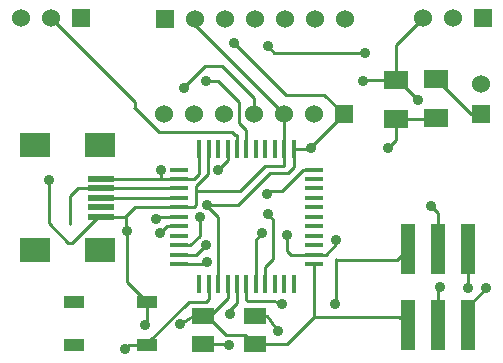
<source format=gtl>
G04 (created by PCBNEW (2013-may-18)-stable) date Mon Sep 19 14:24:48 2016*
%MOIN*%
G04 Gerber Fmt 3.4, Leading zero omitted, Abs format*
%FSLAX34Y34*%
G01*
G70*
G90*
G04 APERTURE LIST*
%ADD10C,0.00590551*%
%ADD11R,0.08X0.06*%
%ADD12R,0.0748031X0.0551181*%
%ADD13R,0.0906X0.0197*%
%ADD14R,0.0984X0.0787*%
%ADD15R,0.016X0.06*%
%ADD16R,0.06X0.016*%
%ADD17R,0.0708661X0.0433071*%
%ADD18R,0.06X0.06*%
%ADD19C,0.06*%
%ADD20R,0.05X0.166929*%
%ADD21C,0.035*%
%ADD22C,0.01*%
G04 APERTURE END LIST*
G54D10*
G54D11*
X22834Y-18622D03*
X22834Y-17322D03*
X21496Y-17342D03*
X21496Y-18642D03*
G54D12*
X15059Y-26161D03*
X16791Y-26161D03*
X16791Y-25216D03*
X15059Y-25216D03*
G54D13*
X11672Y-20649D03*
X11672Y-20964D03*
X11672Y-21279D03*
X11672Y-21594D03*
X11672Y-21909D03*
G54D14*
X11633Y-19527D03*
X9468Y-19527D03*
X11633Y-23031D03*
X9468Y-23031D03*
G54D15*
X16515Y-19659D03*
X16200Y-19659D03*
X15885Y-19659D03*
X15570Y-19659D03*
X15255Y-19659D03*
X14940Y-19659D03*
X16830Y-19659D03*
X17145Y-19659D03*
X17460Y-19659D03*
X17775Y-19659D03*
X18090Y-19659D03*
X16515Y-24159D03*
X16200Y-24159D03*
X15885Y-24159D03*
X15570Y-24159D03*
X15255Y-24159D03*
X14940Y-24159D03*
X16830Y-24159D03*
X17145Y-24159D03*
X17460Y-24159D03*
X17775Y-24159D03*
X18090Y-24159D03*
G54D16*
X14265Y-21909D03*
X18765Y-21909D03*
X14265Y-22224D03*
X18765Y-22224D03*
X18765Y-22539D03*
X14265Y-22539D03*
X14265Y-22854D03*
X18765Y-22854D03*
X18765Y-23169D03*
X14265Y-23169D03*
X14265Y-23484D03*
X18765Y-23484D03*
X18765Y-21594D03*
X14265Y-21594D03*
X14265Y-21279D03*
X18765Y-21279D03*
X18765Y-20964D03*
X14265Y-20964D03*
X14265Y-20649D03*
X18765Y-20649D03*
X18765Y-20334D03*
X14265Y-20334D03*
G54D17*
X10768Y-24752D03*
X13208Y-24752D03*
X10768Y-26192D03*
X13208Y-26192D03*
G54D18*
X11000Y-15275D03*
G54D19*
X10000Y-15275D03*
X9000Y-15275D03*
G54D18*
X24385Y-15275D03*
G54D19*
X23385Y-15275D03*
X22385Y-15275D03*
G54D18*
X24350Y-18492D03*
G54D19*
X24350Y-17492D03*
G54D18*
X13799Y-15314D03*
G54D19*
X14799Y-15314D03*
X15799Y-15314D03*
X16799Y-15314D03*
X17799Y-15314D03*
X18799Y-15314D03*
X19799Y-15314D03*
G54D18*
X19763Y-18484D03*
G54D19*
X18763Y-18484D03*
X17763Y-18484D03*
X16763Y-18484D03*
X15763Y-18484D03*
X14763Y-18484D03*
X13763Y-18484D03*
G54D20*
X23893Y-22971D03*
X23893Y-25531D03*
X22893Y-22971D03*
X22893Y-25531D03*
X21893Y-22971D03*
X21893Y-25531D03*
G54D21*
X19468Y-24803D03*
X12480Y-26318D03*
X14429Y-17618D03*
X17047Y-22460D03*
X17224Y-21830D03*
X21220Y-19625D03*
X15551Y-20354D03*
X20472Y-16437D03*
X17224Y-16220D03*
X15177Y-17381D03*
X20393Y-17381D03*
X22224Y-18011D03*
X9921Y-20669D03*
X14311Y-25492D03*
X13149Y-25531D03*
X12539Y-22381D03*
X17578Y-25728D03*
X15944Y-26181D03*
X15964Y-25137D03*
X22677Y-21555D03*
X14960Y-21909D03*
X17204Y-21141D03*
X13484Y-21968D03*
X23897Y-24271D03*
X15196Y-23425D03*
X17696Y-24822D03*
X22972Y-24232D03*
X15157Y-22834D03*
X24507Y-24291D03*
X16102Y-16102D03*
X19507Y-22696D03*
X15196Y-21515D03*
X18661Y-19606D03*
X17874Y-22500D03*
X13661Y-20334D03*
X13641Y-22460D03*
G54D22*
X11672Y-21279D02*
X14265Y-21279D01*
X14265Y-21279D02*
X14265Y-21279D01*
X10649Y-22145D02*
X10649Y-21220D01*
X10905Y-20964D02*
X11672Y-20964D01*
X10649Y-21220D02*
X10905Y-20964D01*
X11672Y-20964D02*
X14265Y-20964D01*
X14265Y-20964D02*
X14265Y-20964D01*
X19488Y-23346D02*
X21519Y-23346D01*
X21519Y-23346D02*
X21893Y-22971D01*
X19488Y-24783D02*
X19488Y-23346D01*
X19488Y-23346D02*
X19488Y-23310D01*
X19468Y-24803D02*
X19488Y-24783D01*
X15255Y-24159D02*
X15255Y-24645D01*
X13208Y-26122D02*
X13208Y-26192D01*
X14586Y-24744D02*
X13208Y-26122D01*
X15157Y-24744D02*
X14586Y-24744D01*
X15255Y-24645D02*
X15157Y-24744D01*
X12606Y-26192D02*
X13208Y-26192D01*
X12480Y-26318D02*
X12606Y-26192D01*
X14429Y-17618D02*
X14429Y-17578D01*
X14429Y-17578D02*
X15118Y-16889D01*
X15118Y-16889D02*
X15708Y-16889D01*
X15708Y-16889D02*
X16763Y-17944D01*
X16763Y-17944D02*
X16763Y-18484D01*
X16830Y-22677D02*
X16830Y-24159D01*
X17047Y-22460D02*
X16830Y-22677D01*
X17401Y-23326D02*
X17401Y-22007D01*
X17145Y-23582D02*
X17401Y-23326D01*
X17145Y-24159D02*
X17145Y-23582D01*
X17401Y-22007D02*
X17224Y-21830D01*
X21496Y-18642D02*
X22814Y-18642D01*
X22814Y-18642D02*
X22834Y-18622D01*
X21496Y-18642D02*
X21496Y-19350D01*
X21496Y-19350D02*
X21220Y-19625D01*
X15885Y-19659D02*
X15885Y-20019D01*
X15885Y-20019D02*
X15551Y-20354D01*
X12795Y-18287D02*
X12795Y-18070D01*
X12795Y-18070D02*
X10000Y-15275D01*
X16200Y-19192D02*
X16141Y-19192D01*
X16141Y-19192D02*
X16043Y-19094D01*
X16200Y-19659D02*
X16200Y-19192D01*
X13602Y-19094D02*
X12795Y-18287D01*
X12795Y-18287D02*
X12775Y-18267D01*
X16043Y-19094D02*
X13602Y-19094D01*
X17440Y-16437D02*
X20472Y-16437D01*
X17224Y-16220D02*
X17440Y-16437D01*
X16515Y-19659D02*
X16515Y-19015D01*
X15570Y-17381D02*
X15177Y-17381D01*
X16279Y-18090D02*
X15570Y-17381D01*
X16279Y-18779D02*
X16279Y-18090D01*
X16515Y-19015D02*
X16279Y-18779D01*
X20433Y-17342D02*
X21496Y-17342D01*
X20393Y-17381D02*
X20433Y-17342D01*
X21496Y-17342D02*
X21496Y-16165D01*
X21496Y-16165D02*
X22385Y-15275D01*
X21496Y-17342D02*
X21554Y-17342D01*
X21554Y-17342D02*
X22224Y-18011D01*
X11672Y-21909D02*
X11574Y-21909D01*
X9921Y-22125D02*
X9921Y-20669D01*
X10570Y-22775D02*
X9921Y-22125D01*
X10708Y-22775D02*
X10570Y-22775D01*
X11574Y-21909D02*
X10708Y-22775D01*
X18765Y-25250D02*
X21611Y-25250D01*
X21611Y-25250D02*
X21893Y-25531D01*
X15223Y-20492D02*
X15223Y-19691D01*
X15223Y-19691D02*
X15255Y-19659D01*
X14842Y-20873D02*
X14842Y-21062D01*
X15223Y-20492D02*
X14842Y-20873D01*
X14842Y-21062D02*
X16299Y-21062D01*
X16299Y-21062D02*
X17145Y-20216D01*
X17145Y-20216D02*
X17125Y-20216D01*
X14799Y-15314D02*
X14799Y-15527D01*
X15559Y-16279D02*
X17763Y-18484D01*
X15551Y-16279D02*
X15559Y-16279D01*
X14799Y-15527D02*
X15551Y-16279D01*
X17775Y-19659D02*
X17775Y-18496D01*
X17775Y-18496D02*
X17763Y-18484D01*
X15059Y-25216D02*
X15295Y-25216D01*
X15885Y-24626D02*
X15885Y-24159D01*
X15295Y-25216D02*
X15885Y-24626D01*
X15059Y-25216D02*
X15196Y-25216D01*
X16476Y-25846D02*
X16791Y-26161D01*
X15826Y-25846D02*
X16476Y-25846D01*
X15196Y-25216D02*
X15826Y-25846D01*
X16791Y-26161D02*
X17854Y-26161D01*
X17854Y-26161D02*
X18765Y-25250D01*
X18765Y-25250D02*
X18765Y-23484D01*
X17775Y-19659D02*
X17775Y-20216D01*
X17775Y-20216D02*
X17775Y-20216D01*
X17775Y-20216D02*
X17125Y-20216D01*
X13208Y-24752D02*
X13208Y-25472D01*
X14724Y-25216D02*
X15059Y-25216D01*
X14311Y-25492D02*
X14724Y-25216D01*
X13208Y-25472D02*
X13149Y-25531D01*
X14763Y-21594D02*
X14265Y-21594D01*
X14842Y-21515D02*
X14763Y-21594D01*
X14842Y-21062D02*
X14842Y-21515D01*
X12539Y-22381D02*
X12539Y-24083D01*
X12539Y-24083D02*
X13208Y-24752D01*
X12509Y-21909D02*
X12509Y-22352D01*
X12509Y-22352D02*
X12539Y-22381D01*
X11672Y-21909D02*
X12509Y-21909D01*
X12509Y-21909D02*
X12480Y-21909D01*
X12795Y-21594D02*
X14265Y-21594D01*
X12480Y-21909D02*
X12795Y-21594D01*
X24350Y-18492D02*
X24004Y-18492D01*
X24004Y-18492D02*
X22834Y-17322D01*
X16791Y-25216D02*
X17204Y-25216D01*
X17204Y-25216D02*
X17578Y-25728D01*
X15059Y-26161D02*
X15925Y-26161D01*
X15925Y-26161D02*
X15944Y-26181D01*
X16200Y-24159D02*
X16200Y-24783D01*
X15964Y-25019D02*
X15964Y-25137D01*
X16200Y-24783D02*
X15964Y-25019D01*
X22893Y-22971D02*
X22893Y-21771D01*
X22893Y-21771D02*
X22677Y-21555D01*
X14265Y-22854D02*
X14645Y-22854D01*
X14960Y-22539D02*
X14960Y-21909D01*
X14645Y-22854D02*
X14960Y-22539D01*
X18405Y-20334D02*
X18765Y-20334D01*
X17696Y-21043D02*
X18405Y-20334D01*
X17303Y-21043D02*
X17696Y-21043D01*
X17204Y-21141D02*
X17303Y-21043D01*
X14265Y-21909D02*
X13543Y-21909D01*
X13543Y-21909D02*
X13484Y-21968D01*
X23893Y-24267D02*
X23893Y-22971D01*
X23897Y-24271D02*
X23893Y-24267D01*
X14265Y-23484D02*
X15137Y-23484D01*
X15137Y-23484D02*
X15196Y-23425D01*
X16515Y-24685D02*
X16515Y-24159D01*
X16555Y-24724D02*
X16515Y-24685D01*
X17440Y-24724D02*
X16555Y-24724D01*
X17696Y-24822D02*
X17440Y-24724D01*
X22893Y-24311D02*
X22893Y-25531D01*
X22972Y-24232D02*
X22893Y-24311D01*
X14265Y-23169D02*
X14822Y-23169D01*
X14822Y-23169D02*
X15157Y-22834D01*
X23893Y-24905D02*
X23893Y-25531D01*
X24507Y-24291D02*
X23893Y-24905D01*
X15196Y-21515D02*
X16240Y-21515D01*
X16240Y-21515D02*
X17303Y-20452D01*
X19114Y-17834D02*
X19763Y-18484D01*
X17834Y-17834D02*
X19114Y-17834D01*
X16102Y-16102D02*
X17834Y-17834D01*
X18661Y-19606D02*
X18661Y-19586D01*
X18661Y-19586D02*
X19763Y-18484D01*
X18765Y-23169D02*
X19153Y-23169D01*
X19507Y-22814D02*
X19507Y-22696D01*
X19153Y-23169D02*
X19507Y-22814D01*
X15196Y-21515D02*
X15196Y-21555D01*
X15196Y-21555D02*
X15570Y-21929D01*
X18090Y-19659D02*
X18090Y-20255D01*
X18090Y-20255D02*
X17893Y-20452D01*
X17893Y-20452D02*
X17303Y-20452D01*
X15570Y-24159D02*
X15570Y-21929D01*
X18090Y-19659D02*
X18608Y-19659D01*
X18608Y-19659D02*
X18661Y-19606D01*
X18765Y-23169D02*
X17992Y-23169D01*
X17874Y-23051D02*
X17874Y-22500D01*
X17992Y-23169D02*
X17874Y-23051D01*
X13681Y-20649D02*
X13681Y-20354D01*
X13681Y-20354D02*
X13661Y-20334D01*
X13877Y-22224D02*
X14265Y-22224D01*
X13641Y-22460D02*
X13877Y-22224D01*
X14940Y-19659D02*
X14940Y-20492D01*
X14783Y-20649D02*
X14265Y-20649D01*
X14940Y-20492D02*
X14783Y-20649D01*
X11672Y-20649D02*
X13681Y-20649D01*
X13681Y-20649D02*
X14265Y-20649D01*
X14265Y-20649D02*
X14265Y-20649D01*
M02*

</source>
